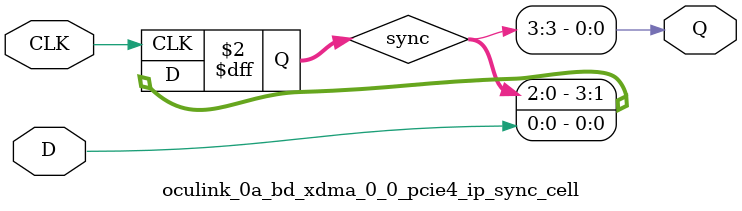
<source format=v>

`timescale 1ps / 1ps

(* DowngradeIPIdentifiedWarnings = "yes" *)
module oculink_0a_bd_xdma_0_0_pcie4_ip_sync_cell #
(
    parameter integer STAGE = 3
)
(
    //-------------------------------------------------------------------------- 
    //  Input Ports
    //-------------------------------------------------------------------------- 
    input                               CLK,
    input                               D,
    
    //-------------------------------------------------------------------------- 
    //  Output Ports
    //-------------------------------------------------------------------------- 
    output                              Q
);
    //-------------------------------------------------------------------------- 
    //  Synchronized Signals
    //--------------------------------------------------------------------------  
    (* ASYNC_REG = "TRUE", SHIFT_EXTRACT = "NO" *) reg [STAGE:0] sync;                                                            



//--------------------------------------------------------------------------------------------------
//  Synchronizier
//--------------------------------------------------------------------------------------------------
always @ (posedge CLK)
begin

    sync <= {sync[(STAGE-1):0], D};
            
end   



//--------------------------------------------------------------------------------------------------
//  Generate Output
//--------------------------------------------------------------------------------------------------
assign Q = sync[STAGE];



endmodule

</source>
